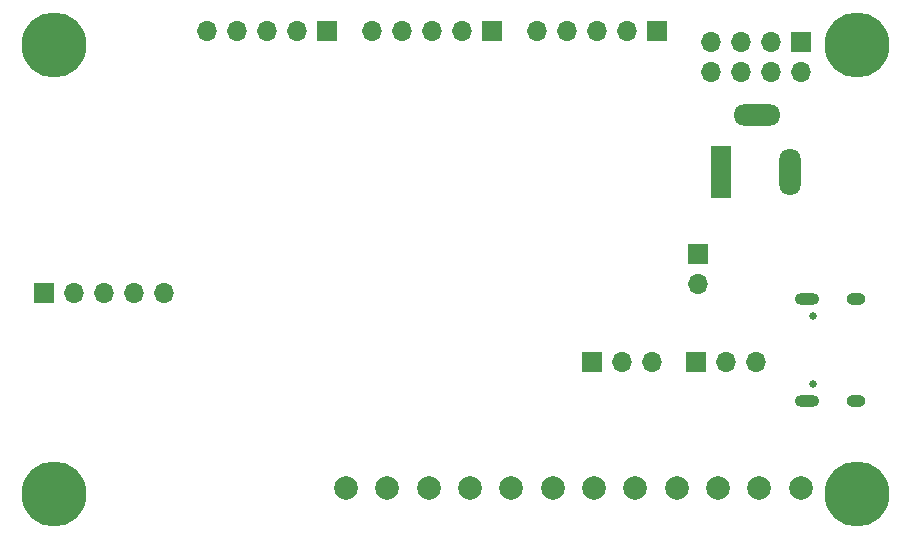
<source format=gbs>
G04 #@! TF.GenerationSoftware,KiCad,Pcbnew,7.0.2-0*
G04 #@! TF.CreationDate,2023-09-20T20:36:23-05:00*
G04 #@! TF.ProjectId,spudglo_driver_v5p0,73707564-676c-46f5-9f64-72697665725f,rev?*
G04 #@! TF.SameCoordinates,Original*
G04 #@! TF.FileFunction,Soldermask,Bot*
G04 #@! TF.FilePolarity,Negative*
%FSLAX46Y46*%
G04 Gerber Fmt 4.6, Leading zero omitted, Abs format (unit mm)*
G04 Created by KiCad (PCBNEW 7.0.2-0) date 2023-09-20 20:36:23*
%MOMM*%
%LPD*%
G01*
G04 APERTURE LIST*
%ADD10R,1.700000X1.700000*%
%ADD11O,1.700000X1.700000*%
%ADD12C,5.500000*%
%ADD13C,2.000000*%
%ADD14R,1.800000X4.400000*%
%ADD15O,1.800000X4.000000*%
%ADD16O,4.000000X1.800000*%
%ADD17C,0.650000*%
%ADD18O,2.100000X1.000000*%
%ADD19O,1.600000X1.000000*%
G04 APERTURE END LIST*
D10*
X108610985Y-135770481D03*
D11*
X106070985Y-135770481D03*
X103530985Y-135770481D03*
X100990985Y-135770481D03*
X98450985Y-135770481D03*
D10*
X126080812Y-154670000D03*
D11*
X126080812Y-157210000D03*
D10*
X94626961Y-135763288D03*
D11*
X92086961Y-135763288D03*
X89546961Y-135763288D03*
X87006961Y-135763288D03*
X84466961Y-135763288D03*
D12*
X139570812Y-174950000D03*
D10*
X117070812Y-163770000D03*
D11*
X119610812Y-163770000D03*
X122150812Y-163770000D03*
D10*
X70691547Y-157988904D03*
D11*
X73231547Y-157988904D03*
X75771547Y-157988904D03*
X78311547Y-157988904D03*
X80851547Y-157988904D03*
D13*
X134780813Y-174489989D03*
X131280813Y-174489989D03*
X127780813Y-174489989D03*
X124280813Y-174489989D03*
X120780813Y-174489989D03*
X117280813Y-174489989D03*
X113780813Y-174489989D03*
X110280813Y-174489989D03*
X106780813Y-174489989D03*
X103280813Y-174489989D03*
X99780813Y-174489989D03*
X96280813Y-174489989D03*
D10*
X134760000Y-136730000D03*
D11*
X134760000Y-139270000D03*
X132220000Y-136730000D03*
X132220000Y-139270000D03*
X129680000Y-136730000D03*
X129680000Y-139270000D03*
X127140000Y-136730000D03*
X127140000Y-139270000D03*
D12*
X139570812Y-136950000D03*
D14*
X128050812Y-147710000D03*
D15*
X133850812Y-147710000D03*
D16*
X131050812Y-142910000D03*
D10*
X125880812Y-163810000D03*
D11*
X128420812Y-163810000D03*
X130960812Y-163810000D03*
D17*
X135840812Y-165690000D03*
X135840812Y-159910000D03*
D18*
X135310812Y-167120000D03*
D19*
X139490812Y-167120000D03*
D18*
X135310812Y-158480000D03*
D19*
X139490812Y-158480000D03*
D10*
X122570073Y-135769092D03*
D11*
X120030073Y-135769092D03*
X117490073Y-135769092D03*
X114950073Y-135769092D03*
X112410073Y-135769092D03*
D12*
X71570812Y-174950000D03*
X71570812Y-136950000D03*
M02*

</source>
